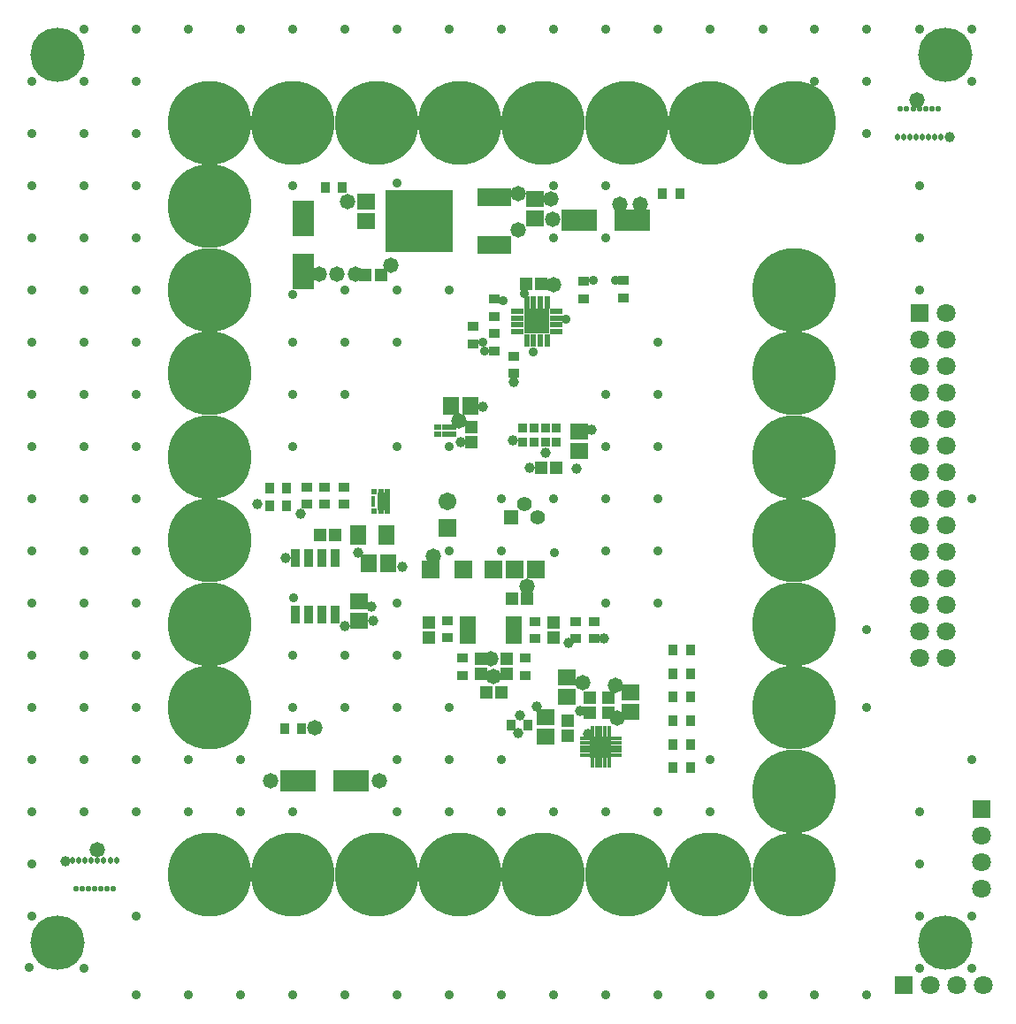
<source format=gbr>
%FSLAX23Y23*%
%MOIN*%
%SFA1B1*%

%IPPOS*%
%AMD63*
4,1,8,-0.003600,-0.010700,0.003600,-0.010700,0.008500,-0.005800,0.008500,0.005800,0.003600,0.010700,-0.003600,0.010700,-0.008500,0.005800,-0.008500,-0.005800,-0.003600,-0.010700,0.0*
1,1,0.009820,-0.003600,-0.005800*
1,1,0.009820,0.003600,-0.005800*
1,1,0.009820,0.003600,0.005800*
1,1,0.009820,-0.003600,0.005800*
%
%AMD64*
4,1,8,-0.003600,-0.012700,0.003600,-0.012700,0.008500,-0.007700,0.008500,0.007700,0.003600,0.012700,-0.003600,0.012700,-0.008500,0.007700,-0.008500,-0.007700,-0.003600,-0.012700,0.0*
1,1,0.009820,-0.003600,-0.007700*
1,1,0.009820,0.003600,-0.007700*
1,1,0.009820,0.003600,0.007700*
1,1,0.009820,-0.003600,0.007700*
%
%ADD62R,0.035560X0.043430*%
G04~CAMADD=63~8~0.0~0.0~170.6~213.9~49.1~0.0~15~0.0~0.0~0.0~0.0~0~0.0~0.0~0.0~0.0~0~0.0~0.0~0.0~180.0~170.0~214.0*
%ADD63D63*%
G04~CAMADD=64~8~0.0~0.0~170.6~253.2~49.1~0.0~15~0.0~0.0~0.0~0.0~0~0.0~0.0~0.0~0.0~0~0.0~0.0~0.0~180.0~172.0~254.0*
%ADD64D64*%
%ADD65R,0.067060X0.067060*%
%ADD66R,0.043430X0.035560*%
%ADD67R,0.047370X0.047370*%
%ADD68R,0.033590X0.068160*%
%ADD69R,0.061150X0.072960*%
%ADD70R,0.019810X0.021780*%
%ADD71R,0.045400X0.067060*%
%ADD72R,0.017250X0.042250*%
%ADD73R,0.059180X0.065090*%
%ADD74R,0.132020X0.078870*%
%ADD75R,0.065090X0.059180*%
%ADD76R,0.036540X0.035560*%
%ADD77R,0.047370X0.047370*%
%ADD78R,0.046980X0.045010*%
%ADD79R,0.078870X0.132020*%
%ADD80R,0.126110X0.070990*%
%ADD81R,0.252100X0.236350*%
%ADD82R,0.049340X0.021780*%
%ADD83R,0.021780X0.049340*%
%ADD84R,0.096980X0.096980*%
%ADD85R,0.078870X0.078870*%
%ADD86R,0.015870X0.039500*%
%ADD87R,0.039500X0.015870*%
%ADD88R,0.064100X0.025720*%
%ADD89R,0.067060X0.067060*%
%ADD90R,0.027690X0.023750*%
%ADD91C,0.070990*%
%ADD92R,0.070990X0.070990*%
%ADD93C,0.204850*%
%ADD94C,0.067060*%
%ADD95R,0.067060X0.067060*%
%ADD96C,0.315090*%
%ADD97R,0.070990X0.070990*%
%ADD98C,0.054930*%
%ADD99R,0.054930X0.054930*%
%ADD100C,0.039500*%
%ADD101C,0.035560*%
%ADD102C,0.058000*%
%LNhumrigid1_soldermask_top-1*%
%LPD*%
G54D62*
X296Y-657D03*
X231D03*
X-678Y236D03*
X-613D03*
X-614Y169D03*
X-679D03*
X803Y1346D03*
X868D03*
X-622Y-669D03*
X-556D03*
X908Y-374D03*
X843D03*
Y-462D03*
X908D03*
X843Y-551D03*
X908D03*
Y-639D03*
X843D03*
Y-728D03*
X908D03*
X843Y-816D03*
X908D03*
X-469Y1370D03*
X-404D03*
G54D63*
X1700Y1668D03*
X1724D03*
X1748D03*
X1771D03*
X1795D03*
X1818D03*
X1842D03*
X-1409Y-1274D03*
X-1385D03*
X-1362D03*
X-1338D03*
X-1314D03*
X-1291D03*
X-1267D03*
G54D64*
X1688Y1559D03*
X1712D03*
X1736D03*
X1759D03*
X1783D03*
X1807D03*
X1830D03*
X1854D03*
X-1421Y-1166D03*
X-1397D03*
X-1374D03*
X-1350D03*
X-1326D03*
X-1303D03*
X-1279D03*
X-1255D03*
G54D65*
X-1476Y-1476D03*
G54D66*
X547Y-266D03*
Y-331D03*
X476D03*
Y-266D03*
X-397Y241D03*
Y176D03*
X-472Y241D03*
Y176D03*
X-539Y177D03*
Y242D03*
X286Y-468D03*
Y-403D03*
X324Y-265D03*
Y-330D03*
X-9Y-327D03*
Y-262D03*
X49Y-468D03*
Y-403D03*
X507Y1016D03*
Y951D03*
X169Y884D03*
Y949D03*
X244Y669D03*
Y734D03*
X90Y846D03*
Y781D03*
X657Y1019D03*
Y954D03*
X169Y819D03*
Y754D03*
G54D67*
X-488Y59D03*
X-430D03*
X402Y315D03*
X345D03*
X195Y-532D03*
X138D03*
X236Y-181D03*
X293D03*
X290Y1007D03*
X347D03*
G54D68*
X-432Y-27D03*
X-482D03*
X-532D03*
X-582D03*
Y-240D03*
X-532D03*
X-482D03*
X-432D03*
G54D69*
X-343Y62D03*
X-239D03*
G54D70*
X-234Y225D03*
X-259D03*
X-285D03*
Y152D03*
X-259D03*
X-234D03*
G54D71*
X-247Y188D03*
G54D72*
X-286Y188D03*
G54D73*
X-304Y-47D03*
X-231D03*
X79Y548D03*
X6D03*
G54D74*
X-572Y-866D03*
X-372D03*
X688Y1248D03*
X488D03*
G54D75*
X-315Y1243D03*
Y1316D03*
X488Y449D03*
Y376D03*
X-342Y-191D03*
Y-264D03*
X364Y-627D03*
Y-700D03*
X442Y-548D03*
Y-475D03*
X681Y-607D03*
Y-534D03*
X322Y1328D03*
Y1255D03*
G54D76*
X277Y464D03*
X319D03*
X362D03*
X404D03*
Y409D03*
X362D03*
X319D03*
X277D03*
G54D77*
X445Y-697D03*
Y-640D03*
X600Y-552D03*
Y-609D03*
X528Y-552D03*
Y-609D03*
X82Y468D03*
Y411D03*
X118Y-407D03*
Y-464D03*
X216Y-407D03*
Y-464D03*
X394Y-327D03*
Y-269D03*
X-78Y-327D03*
Y-269D03*
G54D78*
X-259Y1039D03*
X-317D03*
G54D79*
X-551Y1053D03*
Y1253D03*
G54D80*
X168Y1334D03*
Y1154D03*
G54D81*
X-114Y1244D03*
G54D82*
X257Y904D03*
Y878D03*
Y853D03*
Y827D03*
X403D03*
Y853D03*
Y878D03*
Y904D03*
G54D83*
X292Y793D03*
X317D03*
X343D03*
X369D03*
Y938D03*
X343D03*
X317D03*
X292D03*
G54D84*
X330Y866D03*
G54D85*
X570Y-738D03*
G54D86*
X539Y-679D03*
X555D03*
X570D03*
X586D03*
X602D03*
Y-797D03*
X586D03*
X570D03*
X555D03*
X539D03*
G54D87*
X629Y-706D03*
Y-722D03*
Y-738D03*
Y-753D03*
Y-769D03*
X511D03*
Y-753D03*
Y-738D03*
Y-722D03*
Y-706D03*
G54D88*
X70Y-260D03*
Y-285D03*
Y-311D03*
Y-336D03*
X244D03*
Y-311D03*
Y-285D03*
Y-260D03*
G54D89*
X167Y-68D03*
X325D03*
X246D03*
X53D03*
X-72D03*
G54D90*
X-44Y467D03*
X-15D03*
X12D03*
Y439D03*
X-15D03*
X-44D03*
G54D91*
X2011Y-1637D03*
X1911D03*
X1811D03*
X2007Y-1272D03*
Y-1172D03*
Y-1072D03*
X1871Y597D03*
X1771Y-302D03*
X1871Y697D03*
X1771Y-402D03*
X1871D03*
Y-302D03*
Y-202D03*
Y-102D03*
Y-2D03*
Y97D03*
Y197D03*
Y297D03*
Y397D03*
Y497D03*
X1771Y-202D03*
Y-102D03*
Y-2D03*
Y97D03*
Y197D03*
Y297D03*
Y397D03*
Y497D03*
Y597D03*
Y697D03*
Y797D03*
X1871D03*
Y897D03*
G54D92*
X1711Y-1637D03*
G54D93*
X1870Y1870D03*
X-1476D03*
Y-1476D03*
X1870D03*
G54D94*
X-9Y187D03*
G54D95*
X-9Y88D03*
G54D96*
X1299Y669D03*
Y354D03*
Y39D03*
Y-275D03*
Y-590D03*
Y-905D03*
Y-1220D03*
X-905Y669D03*
Y984D03*
Y-275D03*
Y39D03*
Y354D03*
Y1299D03*
X1299Y1614D03*
X-275D03*
X-590D03*
X669D03*
X984D03*
X354D03*
X39D03*
X-905D03*
X-275Y-1220D03*
X-590D03*
X669D03*
X984D03*
X354D03*
X39D03*
X-905D03*
Y-590D03*
X1299Y984D03*
G54D97*
X2007Y-972D03*
X1771Y897D03*
G54D98*
X284Y177D03*
X334Y127D03*
G54D99*
X234Y127D03*
G54D100*
X330Y-586D03*
X267Y-618D03*
X259Y-685D03*
X1885Y1559D03*
X492Y-602D03*
X448Y-346D03*
X582Y-330D03*
X-177Y-59D03*
X-343Y-5D03*
X-562Y141D03*
X-724Y177D03*
X-618Y-27D03*
X-393Y-283D03*
X-287Y-263D03*
X362Y370D03*
X303Y314D03*
X480Y311D03*
X244Y637D03*
X535Y456D03*
X240Y417D03*
X43Y411D03*
X125Y543D03*
X-1448Y-1169D03*
X521Y-688D03*
X-293Y-208D03*
G54D101*
X196Y-787D03*
X-1574Y-1181D03*
X-1181Y-1377D03*
X1574Y-295D03*
Y-590D03*
X1968Y196D03*
X1771Y984D03*
Y1181D03*
Y1377D03*
X1574Y1574D03*
X1968Y-787D03*
X1771Y-984D03*
Y-1181D03*
X1968Y-1574D03*
Y-1377D03*
X1771D03*
Y-1574D03*
X1574Y-1673D03*
X1377D03*
X1181D03*
X984D03*
X787D03*
X590D03*
X393D03*
X196D03*
X0D03*
X-196D03*
X-393D03*
X-590D03*
X-787D03*
X-984D03*
X-1181D03*
X-1377Y-1574D03*
X-1585Y-1568D03*
X-1574Y-1377D03*
X1377Y1771D03*
X1574D03*
X1968D03*
Y1968D03*
X1771D03*
X1574D03*
X1377D03*
X1181D03*
X984D03*
X787D03*
X590D03*
X196D03*
X393D03*
X0D03*
X-196D03*
X-393D03*
X-590D03*
X-787D03*
X-984D03*
X-1377D03*
X-1181D03*
X590Y1377D03*
Y1181D03*
X393D03*
Y1377D03*
X-196Y1387D03*
X-590Y1377D03*
X-591Y967D03*
X-393Y984D03*
X-196D03*
X0D03*
X-196Y787D03*
X-393Y590D03*
Y787D03*
X-590D03*
Y590D03*
Y393D03*
X-587Y-177D03*
X-196Y-393D03*
Y-196D03*
Y393D03*
X0D03*
Y0D03*
X196D03*
Y196D03*
X393D03*
X396Y-7D03*
X590Y-196D03*
Y0D03*
Y196D03*
Y393D03*
Y590D03*
X787Y787D03*
Y590D03*
Y393D03*
Y196D03*
Y0D03*
Y-196D03*
X984Y-787D03*
Y-984D03*
X787D03*
X590D03*
X393D03*
X196D03*
X0Y-590D03*
Y-787D03*
Y-984D03*
X-196D03*
Y-787D03*
Y-590D03*
X-393D03*
Y-393D03*
X-590D03*
Y-590D03*
X-787Y-787D03*
X-984D03*
X-590Y-984D03*
X-787D03*
X-984D03*
X-1181D03*
X-1377D03*
X-1574D03*
Y-787D03*
X-1377D03*
X-1181D03*
Y-590D03*
X-1377D03*
X-1574D03*
Y-393D03*
X-1377D03*
X-1181D03*
Y-196D03*
X-1377D03*
X-1574D03*
Y0D03*
X-1377D03*
X-1181D03*
Y196D03*
X-1377D03*
X-1574D03*
Y393D03*
X-1377D03*
X-1181D03*
Y590D03*
X-1377D03*
X-1574D03*
Y787D03*
X-1377D03*
X-1181D03*
Y984D03*
X-1377D03*
X-1574D03*
Y1181D03*
X-1377D03*
X-1181D03*
Y1377D03*
X-1377D03*
X-1574D03*
Y1771D03*
X-1377D03*
X-1181D03*
Y1574D03*
X-1377D03*
X-1574D03*
X317Y752D03*
X204Y944D03*
X133Y755D03*
X125Y787D03*
X543Y1019D03*
X625D03*
X283Y972D03*
X440Y874D03*
G54D102*
X-1326Y-1125D03*
X1761Y1702D03*
X291Y-133D03*
X-62Y-19D03*
X720Y1307D03*
X641D03*
X157Y-405D03*
X259Y1212D03*
Y1346D03*
X-263Y-866D03*
X-673D03*
X-507Y-665D03*
X393Y1003D03*
X625Y-507D03*
X503Y-496D03*
X633Y-629D03*
X35Y492D03*
X389Y1251D03*
X381Y1326D03*
X-383Y1318D03*
X-423Y1043D03*
X-492D03*
X-354D03*
X-221Y1078D03*
X-39Y1181D03*
X-157D03*
Y1299D03*
X-39D03*
X167Y-472D03*
M02*
</source>
